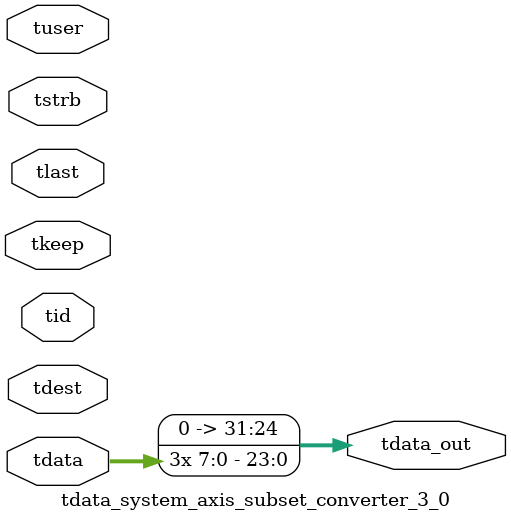
<source format=v>


`timescale 1ps/1ps

module tdata_system_axis_subset_converter_3_0 #
(
parameter C_S_AXIS_TDATA_WIDTH = 32,
parameter C_S_AXIS_TUSER_WIDTH = 0,
parameter C_S_AXIS_TID_WIDTH   = 0,
parameter C_S_AXIS_TDEST_WIDTH = 0,
parameter C_M_AXIS_TDATA_WIDTH = 32
)
(
input  [(C_S_AXIS_TDATA_WIDTH == 0 ? 1 : C_S_AXIS_TDATA_WIDTH)-1:0     ] tdata,
input  [(C_S_AXIS_TUSER_WIDTH == 0 ? 1 : C_S_AXIS_TUSER_WIDTH)-1:0     ] tuser,
input  [(C_S_AXIS_TID_WIDTH   == 0 ? 1 : C_S_AXIS_TID_WIDTH)-1:0       ] tid,
input  [(C_S_AXIS_TDEST_WIDTH == 0 ? 1 : C_S_AXIS_TDEST_WIDTH)-1:0     ] tdest,
input  [(C_S_AXIS_TDATA_WIDTH/8)-1:0 ] tkeep,
input  [(C_S_AXIS_TDATA_WIDTH/8)-1:0 ] tstrb,
input                                                                    tlast,
output [C_M_AXIS_TDATA_WIDTH-1:0] tdata_out
);

assign tdata_out = {tdata[7:0],tdata[7:0],tdata[7:0]};

endmodule


</source>
